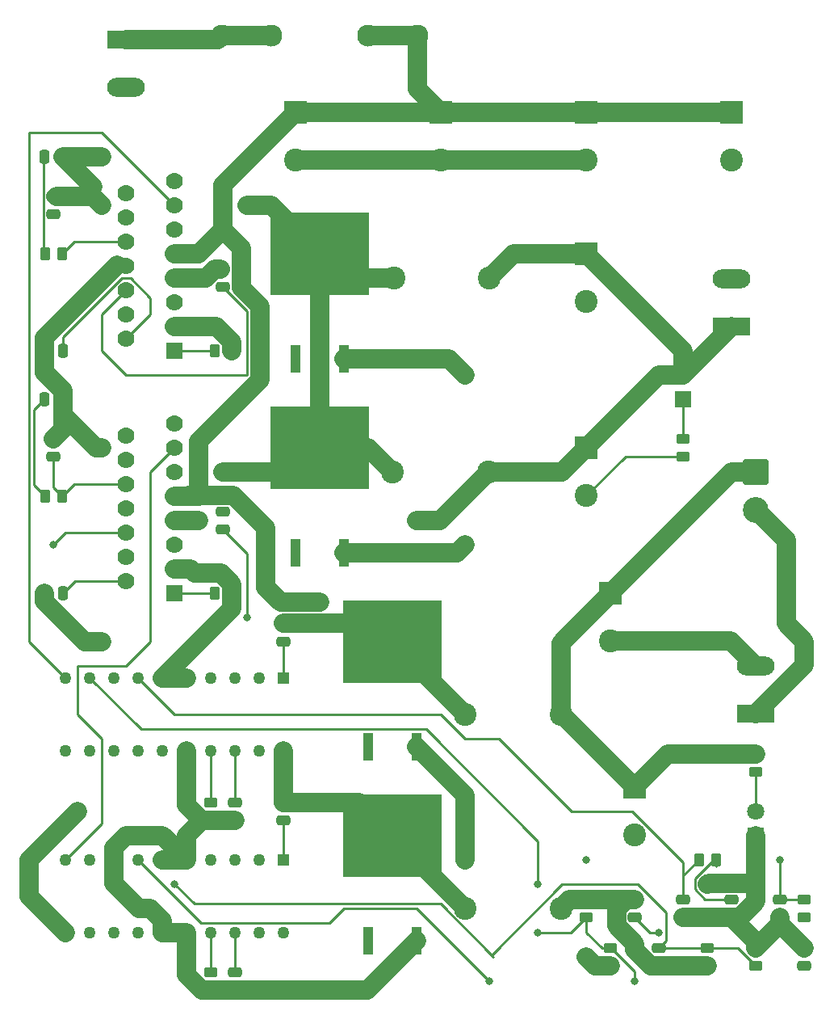
<source format=gbr>
%TF.GenerationSoftware,KiCad,Pcbnew,(6.0.1)*%
%TF.CreationDate,2022-02-19T17:03:56+01:00*%
%TF.ProjectId,PSU,5053552e-6b69-4636-9164-5f7063625858,rev?*%
%TF.SameCoordinates,Original*%
%TF.FileFunction,Copper,L1,Top*%
%TF.FilePolarity,Positive*%
%FSLAX46Y46*%
G04 Gerber Fmt 4.6, Leading zero omitted, Abs format (unit mm)*
G04 Created by KiCad (PCBNEW (6.0.1)) date 2022-02-19 17:03:56*
%MOMM*%
%LPD*%
G01*
G04 APERTURE LIST*
G04 Aperture macros list*
%AMRoundRect*
0 Rectangle with rounded corners*
0 $1 Rounding radius*
0 $2 $3 $4 $5 $6 $7 $8 $9 X,Y pos of 4 corners*
0 Add a 4 corners polygon primitive as box body*
4,1,4,$2,$3,$4,$5,$6,$7,$8,$9,$2,$3,0*
0 Add four circle primitives for the rounded corners*
1,1,$1+$1,$2,$3*
1,1,$1+$1,$4,$5*
1,1,$1+$1,$6,$7*
1,1,$1+$1,$8,$9*
0 Add four rect primitives between the rounded corners*
20,1,$1+$1,$2,$3,$4,$5,0*
20,1,$1+$1,$4,$5,$6,$7,0*
20,1,$1+$1,$6,$7,$8,$9,0*
20,1,$1+$1,$8,$9,$2,$3,0*%
G04 Aperture macros list end*
%TA.AperFunction,SMDPad,CuDef*%
%ADD10RoundRect,0.250000X0.450000X-0.262500X0.450000X0.262500X-0.450000X0.262500X-0.450000X-0.262500X0*%
%TD*%
%TA.AperFunction,ComponentPad*%
%ADD11C,1.800000*%
%TD*%
%TA.AperFunction,ComponentPad*%
%ADD12R,1.800000X1.800000*%
%TD*%
%TA.AperFunction,SMDPad,CuDef*%
%ADD13RoundRect,0.250000X0.262500X0.450000X-0.262500X0.450000X-0.262500X-0.450000X0.262500X-0.450000X0*%
%TD*%
%TA.AperFunction,SMDPad,CuDef*%
%ADD14RoundRect,0.250000X-0.450000X0.262500X-0.450000X-0.262500X0.450000X-0.262500X0.450000X0.262500X0*%
%TD*%
%TA.AperFunction,SMDPad,CuDef*%
%ADD15RoundRect,0.250000X-0.262500X-0.450000X0.262500X-0.450000X0.262500X0.450000X-0.262500X0.450000X0*%
%TD*%
%TA.AperFunction,ComponentPad*%
%ADD16R,1.778000X1.778000*%
%TD*%
%TA.AperFunction,ComponentPad*%
%ADD17C,1.778000*%
%TD*%
%TA.AperFunction,SMDPad,CuDef*%
%ADD18R,0.990600X2.997200*%
%TD*%
%TA.AperFunction,SMDPad,CuDef*%
%ADD19R,10.337800X8.712200*%
%TD*%
%TA.AperFunction,ComponentPad*%
%ADD20C,2.400000*%
%TD*%
%TA.AperFunction,ComponentPad*%
%ADD21O,3.960000X1.980000*%
%TD*%
%TA.AperFunction,ComponentPad*%
%ADD22R,3.960000X1.980000*%
%TD*%
%TA.AperFunction,ComponentPad*%
%ADD23C,2.300000*%
%TD*%
%TA.AperFunction,ComponentPad*%
%ADD24C,2.700000*%
%TD*%
%TA.AperFunction,ComponentPad*%
%ADD25RoundRect,0.250001X-1.099999X1.099999X-1.099999X-1.099999X1.099999X-1.099999X1.099999X1.099999X0*%
%TD*%
%TA.AperFunction,ComponentPad*%
%ADD26R,1.270000X1.270000*%
%TD*%
%TA.AperFunction,ComponentPad*%
%ADD27C,1.270000*%
%TD*%
%TA.AperFunction,SMDPad,CuDef*%
%ADD28RoundRect,0.250000X0.475000X-0.250000X0.475000X0.250000X-0.475000X0.250000X-0.475000X-0.250000X0*%
%TD*%
%TA.AperFunction,SMDPad,CuDef*%
%ADD29RoundRect,0.250000X-0.475000X0.250000X-0.475000X-0.250000X0.475000X-0.250000X0.475000X0.250000X0*%
%TD*%
%TA.AperFunction,SMDPad,CuDef*%
%ADD30RoundRect,0.250000X-0.250000X-0.475000X0.250000X-0.475000X0.250000X0.475000X-0.250000X0.475000X0*%
%TD*%
%TA.AperFunction,ComponentPad*%
%ADD31R,2.400000X2.400000*%
%TD*%
%TA.AperFunction,ViaPad*%
%ADD32C,0.800000*%
%TD*%
%TA.AperFunction,Conductor*%
%ADD33C,2.000000*%
%TD*%
%TA.AperFunction,Conductor*%
%ADD34C,0.250000*%
%TD*%
G04 APERTURE END LIST*
D10*
%TO.P,R2,1*%
%TO.N,GND*%
X76200000Y-120292500D03*
%TO.P,R2,2*%
%TO.N,Net-(C1-Pad2)*%
X76200000Y-118467500D03*
%TD*%
%TO.P,R14,1*%
%TO.N,GND*%
X83820000Y-66952500D03*
%TO.P,R14,2*%
%TO.N,Net-(D2-Pad1)*%
X83820000Y-65127500D03*
%TD*%
%TO.P,R13,1*%
%TO.N,Net-(D1-Pad2)*%
X91440000Y-99972500D03*
%TO.P,R13,2*%
%TO.N,+12V*%
X91440000Y-98147500D03*
%TD*%
D11*
%TO.P,D2,2,A*%
%TO.N,+5V*%
X83820000Y-58420000D03*
D12*
%TO.P,D2,1,K*%
%TO.N,Net-(D2-Pad1)*%
X83820000Y-60960000D03*
%TD*%
%TO.P,D1,1,K*%
%TO.N,GND*%
X91440000Y-106680000D03*
D11*
%TO.P,D1,2,A*%
%TO.N,Net-(D1-Pad2)*%
X91440000Y-104140000D03*
%TD*%
D13*
%TO.P,R12,1*%
%TO.N,Net-(C26-Pad1)*%
X18692500Y-71120000D03*
%TO.P,R12,2*%
%TO.N,Net-(C24-Pad1)*%
X16867500Y-71120000D03*
%TD*%
D10*
%TO.P,R11,1*%
%TO.N,GND*%
X34290000Y-122832500D03*
%TO.P,R11,2*%
%TO.N,Net-(CR2-Pad17)*%
X34290000Y-121007500D03*
%TD*%
D13*
%TO.P,R10,1*%
%TO.N,GND*%
X36472500Y-81280000D03*
%TO.P,R10,2*%
%TO.N,Net-(R10-Pad2)*%
X34647500Y-81280000D03*
%TD*%
D14*
%TO.P,R9,1*%
%TO.N,Net-(C15-Pad1)*%
X96520000Y-113387500D03*
%TO.P,R9,2*%
%TO.N,Net-(C17-Pad1)*%
X96520000Y-115212500D03*
%TD*%
%TO.P,R8,1*%
%TO.N,GND*%
X91440000Y-118467500D03*
%TO.P,R8,2*%
%TO.N,Net-(C14-Pad2)*%
X91440000Y-120292500D03*
%TD*%
%TO.P,R7,1*%
%TO.N,Net-(C14-Pad2)*%
X86360000Y-118467500D03*
%TO.P,R7,2*%
%TO.N,+12V*%
X86360000Y-120292500D03*
%TD*%
D13*
%TO.P,R6,1*%
%TO.N,Net-(C13-Pad1)*%
X18692500Y-45720000D03*
%TO.P,R6,2*%
%TO.N,Net-(C11-Pad1)*%
X16867500Y-45720000D03*
%TD*%
D10*
%TO.P,R5,1*%
%TO.N,GND*%
X34290000Y-105052500D03*
%TO.P,R5,2*%
%TO.N,Net-(CR1-Pad17)*%
X34290000Y-103227500D03*
%TD*%
D13*
%TO.P,R4,1*%
%TO.N,GND*%
X36472500Y-55880000D03*
%TO.P,R4,2*%
%TO.N,Net-(R4-Pad2)*%
X34647500Y-55880000D03*
%TD*%
D15*
%TO.P,R3,1*%
%TO.N,Net-(C2-Pad1)*%
X85447500Y-109220000D03*
%TO.P,R3,2*%
%TO.N,Net-(C4-Pad1)*%
X87272500Y-109220000D03*
%TD*%
D10*
%TO.P,R1,1*%
%TO.N,Net-(C1-Pad2)*%
X73660000Y-115212500D03*
%TO.P,R1,2*%
%TO.N,+12V*%
X73660000Y-113387500D03*
%TD*%
D16*
%TO.P,U6,1,R_OSC*%
%TO.N,Net-(R10-Pad2)*%
X30480000Y-81280000D03*
D17*
%TO.P,U6,2,C_OSC*%
%TO.N,Net-(C19-Pad2)*%
X25400000Y-80010000D03*
%TO.P,U6,3,RST*%
%TO.N,GND*%
X30480000Y-78740000D03*
%TO.P,U6,4,RST_OUT*%
%TO.N,unconnected-(U6-Pad4)*%
X25400000Y-77470000D03*
%TO.P,U6,5,RST_DLY*%
%TO.N,unconnected-(U6-Pad5)*%
X30480000Y-76200000D03*
%TO.P,U6,6,BOOT*%
%TO.N,Net-(C20-Pad2)*%
X25400000Y-74930000D03*
%TO.P,U6,7,OUT*%
%TO.N,/5VOUTPREIND*%
X30480000Y-73660000D03*
%TO.P,U6,8,GND*%
%TO.N,GND*%
X25400000Y-72390000D03*
%TO.P,U6,9,VI*%
%TO.N,+24V*%
X30480000Y-71120000D03*
%TO.P,U6,10,FCOMP*%
%TO.N,Net-(C26-Pad1)*%
X25400000Y-69850000D03*
%TO.P,U6,11,FB*%
%TO.N,+5V*%
X30480000Y-68580000D03*
%TO.P,U6,12,SS*%
%TO.N,unconnected-(U6-Pad12)*%
X25400000Y-67310000D03*
%TO.P,U6,13,SYNC*%
%TO.N,Net-(CR2-Pad10)*%
X30480000Y-66040000D03*
%TO.P,U6,14,VREF*%
%TO.N,unconnected-(U6-Pad14)*%
X25400000Y-64770000D03*
%TO.P,U6,15,VSTART*%
%TO.N,unconnected-(U6-Pad15)*%
X30480000Y-63500000D03*
%TD*%
D18*
%TO.P,U5,1,NC*%
%TO.N,unconnected-(U5-Pad1)*%
X43180000Y-77050900D03*
%TO.P,U5,2,A*%
%TO.N,GND*%
X48260000Y-77050900D03*
D19*
%TO.P,U5,3,K*%
%TO.N,/5VOUTPREIND*%
X45720000Y-66040000D03*
%TD*%
D18*
%TO.P,U4,1,NC*%
%TO.N,unconnected-(U4-Pad1)*%
X50800000Y-117690900D03*
%TO.P,U4,2,A*%
%TO.N,GND*%
X55880000Y-117690900D03*
D19*
%TO.P,U4,3,K*%
%TO.N,/12VOUTPREIND*%
X53340000Y-106680000D03*
%TD*%
D16*
%TO.P,U3,1,R_OSC*%
%TO.N,Net-(R4-Pad2)*%
X30480000Y-55880000D03*
D17*
%TO.P,U3,2,C_OSC*%
%TO.N,Net-(C6-Pad2)*%
X25400000Y-54610000D03*
%TO.P,U3,3,RST*%
%TO.N,GND*%
X30480000Y-53340000D03*
%TO.P,U3,4,RST_OUT*%
%TO.N,unconnected-(U3-Pad4)*%
X25400000Y-52070000D03*
%TO.P,U3,5,RST_DLY*%
%TO.N,unconnected-(U3-Pad5)*%
X30480000Y-50800000D03*
%TO.P,U3,6,BOOT*%
%TO.N,Net-(C7-Pad2)*%
X25400000Y-49530000D03*
%TO.P,U3,7,OUT*%
%TO.N,/5VOUTPREIND*%
X30480000Y-48260000D03*
%TO.P,U3,8,GND*%
%TO.N,GND*%
X25400000Y-46990000D03*
%TO.P,U3,9,VI*%
%TO.N,+24V*%
X30480000Y-45720000D03*
%TO.P,U3,10,FCOMP*%
%TO.N,Net-(C13-Pad1)*%
X25400000Y-44450000D03*
%TO.P,U3,11,FB*%
%TO.N,+5V*%
X30480000Y-43180000D03*
%TO.P,U3,12,SS*%
%TO.N,unconnected-(U3-Pad12)*%
X25400000Y-41910000D03*
%TO.P,U3,13,SYNC*%
%TO.N,Net-(CR1-Pad10)*%
X30480000Y-40640000D03*
%TO.P,U3,14,VREF*%
%TO.N,unconnected-(U3-Pad14)*%
X25400000Y-39370000D03*
%TO.P,U3,15,VSTART*%
%TO.N,unconnected-(U3-Pad15)*%
X30480000Y-38100000D03*
%TD*%
D18*
%TO.P,U2,1,NC*%
%TO.N,unconnected-(U2-Pad1)*%
X43180000Y-56730900D03*
%TO.P,U2,2,A*%
%TO.N,GND*%
X48260000Y-56730900D03*
D19*
%TO.P,U2,3,K*%
%TO.N,/5VOUTPREIND*%
X45720000Y-45720000D03*
%TD*%
D18*
%TO.P,U1,1,NC*%
%TO.N,unconnected-(U1-Pad1)*%
X50800000Y-97370900D03*
%TO.P,U1,2,A*%
%TO.N,GND*%
X55880000Y-97370900D03*
D19*
%TO.P,U1,3,K*%
%TO.N,/12VOUTPREIND*%
X53340000Y-86360000D03*
%TD*%
D20*
%TO.P,L4,2,2*%
%TO.N,+5V*%
X63340000Y-68580000D03*
%TO.P,L4,1,1*%
%TO.N,/5VOUTPREIND*%
X53340000Y-68580000D03*
%TD*%
%TO.P,L3,1,1*%
%TO.N,+12V*%
X70960000Y-114300000D03*
%TO.P,L3,2,2*%
%TO.N,/12VOUTPREIND*%
X60960000Y-114300000D03*
%TD*%
%TO.P,L2,2,2*%
%TO.N,+5V*%
X63500000Y-48260000D03*
%TO.P,L2,1,1*%
%TO.N,/5VOUTPREIND*%
X53500000Y-48260000D03*
%TD*%
%TO.P,L1,2,2*%
%TO.N,/12VOUTPREIND*%
X60960000Y-93980000D03*
%TO.P,L1,1,1*%
%TO.N,+12V*%
X70960000Y-93980000D03*
%TD*%
D21*
%TO.P,J3,2,Pin_2*%
%TO.N,GND*%
X91440000Y-88900000D03*
D22*
%TO.P,J3,1,Pin_1*%
%TO.N,/12VOUTPOSTEMER*%
X91440000Y-93900000D03*
%TD*%
%TO.P,J5,1,Pin_1*%
%TO.N,+5V*%
X88900000Y-53340000D03*
D21*
%TO.P,J5,2,Pin_2*%
%TO.N,GND*%
X88900000Y-48340000D03*
%TD*%
D22*
%TO.P,J1,1,Pin_1*%
%TO.N,/VBAT*%
X25400000Y-23320000D03*
D21*
%TO.P,J1,2,Pin_2*%
%TO.N,GND*%
X25400000Y-28320000D03*
%TD*%
D23*
%TO.P,F1,1*%
%TO.N,/VBAT*%
X40640000Y-22860000D03*
X35440000Y-22860000D03*
%TO.P,F1,2*%
%TO.N,+24V*%
X55940000Y-22860000D03*
X50740000Y-22860000D03*
%TD*%
D24*
%TO.P,EMER_STOP1,2,Pin_2*%
%TO.N,/12VOUTPOSTEMER*%
X91440000Y-72540000D03*
D25*
%TO.P,EMER_STOP1,1,Pin_1*%
%TO.N,+12V*%
X91440000Y-68580000D03*
%TD*%
D26*
%TO.P,CR2,1,BOOTSTRAP*%
%TO.N,Net-(C18-Pad1)*%
X41910000Y-109220000D03*
D27*
%TO.P,CR2,2,RESETDELAY*%
%TO.N,unconnected-(CR2-Pad2)*%
X39370000Y-109220000D03*
%TO.P,CR2,3,RESETOUT*%
%TO.N,unconnected-(CR2-Pad3)*%
X36830000Y-109220000D03*
%TO.P,CR2,4,PFAILINPUT*%
%TO.N,unconnected-(CR2-Pad4)*%
X34290000Y-109220000D03*
%TO.P,CR2,5,GND*%
%TO.N,GND*%
X31750000Y-109220000D03*
%TO.P,CR2,6,GND*%
X29210000Y-109220000D03*
%TO.P,CR2,7,FREQCOMP*%
%TO.N,Net-(C15-Pad1)*%
X26670000Y-109220000D03*
%TO.P,CR2,8,SOFTSTART*%
%TO.N,GND*%
X24130000Y-109220000D03*
%TO.P,CR2,9,FEEDBACKIN*%
%TO.N,Net-(C14-Pad2)*%
X21590000Y-109220000D03*
%TO.P,CR2,10,SYNCINPUT*%
%TO.N,Net-(CR2-Pad10)*%
X19050000Y-109220000D03*
%TO.P,CR2,11,VI*%
%TO.N,+24V*%
X19050000Y-116840000D03*
%TO.P,CR2,12,NC*%
%TO.N,unconnected-(CR2-Pad12)*%
X21590000Y-116840000D03*
%TO.P,CR2,13,VREF*%
%TO.N,unconnected-(CR2-Pad13)*%
X24130000Y-116840000D03*
%TO.P,CR2,14,VSTART*%
%TO.N,unconnected-(CR2-Pad14)*%
X26670000Y-116840000D03*
%TO.P,CR2,15,GND*%
%TO.N,GND*%
X29210000Y-116840000D03*
%TO.P,CR2,16,GND*%
X31750000Y-116840000D03*
%TO.P,CR2,17,ROSC*%
%TO.N,Net-(CR2-Pad17)*%
X34290000Y-116840000D03*
%TO.P,CR2,18,COSC*%
%TO.N,Net-(C25-Pad1)*%
X36830000Y-116840000D03*
%TO.P,CR2,19,NC*%
%TO.N,unconnected-(CR2-Pad19)*%
X39370000Y-116840000D03*
%TO.P,CR2,20,OUTPUT*%
%TO.N,/12VOUTPREIND*%
X41910000Y-116840000D03*
%TD*%
D26*
%TO.P,CR1,1,BOOTSTRAP*%
%TO.N,Net-(C5-Pad1)*%
X41910000Y-90170000D03*
D27*
%TO.P,CR1,2,RESETDELAY*%
%TO.N,unconnected-(CR1-Pad2)*%
X39370000Y-90170000D03*
%TO.P,CR1,3,RESETOUT*%
%TO.N,unconnected-(CR1-Pad3)*%
X36830000Y-90170000D03*
%TO.P,CR1,4,PFAILINPUT*%
%TO.N,unconnected-(CR1-Pad4)*%
X34290000Y-90170000D03*
%TO.P,CR1,5,GND*%
%TO.N,GND*%
X31750000Y-90170000D03*
%TO.P,CR1,6,GND*%
X29210000Y-90170000D03*
%TO.P,CR1,7,FREQCOMP*%
%TO.N,Net-(C2-Pad1)*%
X26670000Y-90170000D03*
%TO.P,CR1,8,SOFTSTART*%
%TO.N,GND*%
X24130000Y-90170000D03*
%TO.P,CR1,9,FEEDBACKIN*%
%TO.N,Net-(C1-Pad2)*%
X21590000Y-90170000D03*
%TO.P,CR1,10,SYNCINPUT*%
%TO.N,Net-(CR1-Pad10)*%
X19050000Y-90170000D03*
%TO.P,CR1,11,VI*%
%TO.N,+24V*%
X19050000Y-97790000D03*
%TO.P,CR1,12,NC*%
%TO.N,unconnected-(CR1-Pad12)*%
X21590000Y-97790000D03*
%TO.P,CR1,13,VREF*%
%TO.N,unconnected-(CR1-Pad13)*%
X24130000Y-97790000D03*
%TO.P,CR1,14,VSTART*%
%TO.N,unconnected-(CR1-Pad14)*%
X26670000Y-97790000D03*
%TO.P,CR1,15,GND*%
%TO.N,GND*%
X29210000Y-97790000D03*
%TO.P,CR1,16,GND*%
X31750000Y-97790000D03*
%TO.P,CR1,17,ROSC*%
%TO.N,Net-(CR1-Pad17)*%
X34290000Y-97790000D03*
%TO.P,CR1,18,COSC*%
%TO.N,Net-(C12-Pad1)*%
X36830000Y-97790000D03*
%TO.P,CR1,19,NC*%
%TO.N,unconnected-(CR1-Pad19)*%
X39370000Y-97790000D03*
%TO.P,CR1,20,OUTPUT*%
%TO.N,/12VOUTPREIND*%
X41910000Y-97790000D03*
%TD*%
D28*
%TO.P,C26,1*%
%TO.N,Net-(C26-Pad1)*%
X17780000Y-66990000D03*
%TO.P,C26,2*%
%TO.N,GND*%
X17780000Y-65090000D03*
%TD*%
D29*
%TO.P,C25,1*%
%TO.N,Net-(C25-Pad1)*%
X36830000Y-120970000D03*
%TO.P,C25,2*%
%TO.N,GND*%
X36830000Y-122870000D03*
%TD*%
D30*
%TO.P,C24,1*%
%TO.N,Net-(C24-Pad1)*%
X16830000Y-60960000D03*
%TO.P,C24,2*%
%TO.N,GND*%
X18730000Y-60960000D03*
%TD*%
D31*
%TO.P,C23,1*%
%TO.N,+24V*%
X88900000Y-30940000D03*
D20*
%TO.P,C23,2*%
%TO.N,GND*%
X88900000Y-35940000D03*
%TD*%
D31*
%TO.P,C22,1*%
%TO.N,+24V*%
X73660000Y-30940000D03*
D20*
%TO.P,C22,2*%
%TO.N,GND*%
X73660000Y-35940000D03*
%TD*%
%TO.P,C21,2*%
%TO.N,GND*%
X73660000Y-71040000D03*
D31*
%TO.P,C21,1*%
%TO.N,+5V*%
X73660000Y-66040000D03*
%TD*%
D29*
%TO.P,C20,1*%
%TO.N,/5VOUTPREIND*%
X35560000Y-72710000D03*
%TO.P,C20,2*%
%TO.N,Net-(C20-Pad2)*%
X35560000Y-74610000D03*
%TD*%
D30*
%TO.P,C19,1*%
%TO.N,GND*%
X16830000Y-81280000D03*
%TO.P,C19,2*%
%TO.N,Net-(C19-Pad2)*%
X18730000Y-81280000D03*
%TD*%
D28*
%TO.P,C18,1*%
%TO.N,Net-(C18-Pad1)*%
X41910000Y-105090000D03*
%TO.P,C18,2*%
%TO.N,/12VOUTPREIND*%
X41910000Y-103190000D03*
%TD*%
%TO.P,C17,1*%
%TO.N,Net-(C17-Pad1)*%
X96520000Y-120330000D03*
%TO.P,C17,2*%
%TO.N,GND*%
X96520000Y-118430000D03*
%TD*%
D31*
%TO.P,C16,1*%
%TO.N,+12V*%
X78740000Y-101600000D03*
D20*
%TO.P,C16,2*%
%TO.N,GND*%
X78740000Y-106600000D03*
%TD*%
D29*
%TO.P,C15,1*%
%TO.N,Net-(C15-Pad1)*%
X93980000Y-113350000D03*
%TO.P,C15,2*%
%TO.N,GND*%
X93980000Y-115250000D03*
%TD*%
D28*
%TO.P,C14,2*%
%TO.N,Net-(C14-Pad2)*%
X81280000Y-118430000D03*
%TO.P,C14,1*%
%TO.N,+12V*%
X81280000Y-120330000D03*
%TD*%
%TO.P,C13,1*%
%TO.N,Net-(C13-Pad1)*%
X17780000Y-41590000D03*
%TO.P,C13,2*%
%TO.N,GND*%
X17780000Y-39690000D03*
%TD*%
D29*
%TO.P,C12,1*%
%TO.N,Net-(C12-Pad1)*%
X36830000Y-103190000D03*
%TO.P,C12,2*%
%TO.N,GND*%
X36830000Y-105090000D03*
%TD*%
D30*
%TO.P,C11,1*%
%TO.N,Net-(C11-Pad1)*%
X16830000Y-35560000D03*
%TO.P,C11,2*%
%TO.N,GND*%
X18730000Y-35560000D03*
%TD*%
D31*
%TO.P,C10,1*%
%TO.N,+24V*%
X58420000Y-30940000D03*
D20*
%TO.P,C10,2*%
%TO.N,GND*%
X58420000Y-35940000D03*
%TD*%
D31*
%TO.P,C9,1*%
%TO.N,+24V*%
X43180000Y-30940000D03*
D20*
%TO.P,C9,2*%
%TO.N,GND*%
X43180000Y-35940000D03*
%TD*%
%TO.P,C8,2*%
%TO.N,GND*%
X73660000Y-50720000D03*
D31*
%TO.P,C8,1*%
%TO.N,+5V*%
X73660000Y-45720000D03*
%TD*%
D29*
%TO.P,C7,1*%
%TO.N,/5VOUTPREIND*%
X35560000Y-47310000D03*
%TO.P,C7,2*%
%TO.N,Net-(C7-Pad2)*%
X35560000Y-49210000D03*
%TD*%
D30*
%TO.P,C6,1*%
%TO.N,GND*%
X16830000Y-55880000D03*
%TO.P,C6,2*%
%TO.N,Net-(C6-Pad2)*%
X18730000Y-55880000D03*
%TD*%
D28*
%TO.P,C5,1*%
%TO.N,Net-(C5-Pad1)*%
X41910000Y-86360000D03*
%TO.P,C5,2*%
%TO.N,/12VOUTPREIND*%
X41910000Y-84460000D03*
%TD*%
D29*
%TO.P,C4,1*%
%TO.N,Net-(C4-Pad1)*%
X88900000Y-113350000D03*
%TO.P,C4,2*%
%TO.N,GND*%
X88900000Y-115250000D03*
%TD*%
D31*
%TO.P,C3,1*%
%TO.N,+12V*%
X76200000Y-81280000D03*
D20*
%TO.P,C3,2*%
%TO.N,GND*%
X76200000Y-86280000D03*
%TD*%
D29*
%TO.P,C2,1*%
%TO.N,Net-(C2-Pad1)*%
X83820000Y-113350000D03*
%TO.P,C2,2*%
%TO.N,GND*%
X83820000Y-115250000D03*
%TD*%
%TO.P,C1,1*%
%TO.N,+12V*%
X78740000Y-113350000D03*
%TO.P,C1,2*%
%TO.N,Net-(C1-Pad2)*%
X78740000Y-115250000D03*
%TD*%
D32*
%TO.N,GND*%
X60960000Y-109220000D03*
X44770000Y-122870000D03*
X22860000Y-86360000D03*
X60960000Y-76200000D03*
%TO.N,Net-(C1-Pad2)*%
X68580000Y-116840000D03*
X68580000Y-111760000D03*
%TO.N,Net-(C15-Pad1)*%
X93980000Y-109220000D03*
%TO.N,Net-(C1-Pad2)*%
X78740000Y-121920000D03*
X81280000Y-116840000D03*
%TO.N,GND*%
X86360000Y-111760000D03*
X73660000Y-119380000D03*
%TO.N,Net-(C15-Pad1)*%
X63500000Y-121920000D03*
%TO.N,Net-(C14-Pad2)*%
X30480000Y-111760000D03*
%TO.N,+24V*%
X20320000Y-104140000D03*
X45720000Y-82260480D03*
%TO.N,GND*%
X22860000Y-66040000D03*
X22860000Y-40640000D03*
%TO.N,+5V*%
X55880000Y-73660000D03*
%TO.N,GND*%
X34869930Y-53340000D03*
X60960000Y-58420000D03*
%TO.N,/5VOUTPREIND*%
X35560000Y-68580000D03*
X33020000Y-73660000D03*
X38100000Y-40640000D03*
%TO.N,GND*%
X22860000Y-35560000D03*
%TO.N,+12V*%
X73660000Y-109220000D03*
%TO.N,Net-(C20-Pad2)*%
X38100000Y-83820000D03*
X17780000Y-76200000D03*
%TD*%
D33*
%TO.N,GND*%
X36792500Y-122832500D02*
X36830000Y-122870000D01*
X33352570Y-122832500D02*
X36792500Y-122832500D01*
X44770000Y-122870000D02*
X50700900Y-122870000D01*
X36830000Y-122870000D02*
X44770000Y-122870000D01*
X60960000Y-102450900D02*
X60960000Y-109220000D01*
X55880000Y-97370900D02*
X60960000Y-102450900D01*
X21035070Y-86360000D02*
X22860000Y-86360000D01*
X16830000Y-82154930D02*
X21035070Y-86360000D01*
X16830000Y-81280000D02*
X16830000Y-82154930D01*
%TO.N,/5VOUTPREIND*%
X33735070Y-48260000D02*
X34685070Y-47310000D01*
X30480000Y-48260000D02*
X33735070Y-48260000D01*
X34685070Y-47310000D02*
X35285000Y-47310000D01*
%TO.N,GND*%
X60109100Y-77050900D02*
X60960000Y-76200000D01*
X48260000Y-77050900D02*
X60109100Y-77050900D01*
D34*
%TO.N,Net-(C1-Pad2)*%
X68580000Y-116840000D02*
X72032500Y-116840000D01*
X68580000Y-107292493D02*
X68580000Y-111760000D01*
X72032500Y-116840000D02*
X73660000Y-115212500D01*
X56835296Y-95547789D02*
X68580000Y-107292493D01*
D33*
%TO.N,/12VOUTPREIND*%
X60960000Y-114300000D02*
X53340000Y-106680000D01*
D34*
%TO.N,Net-(C2-Pad1)*%
X83820000Y-109524015D02*
X78435985Y-104140000D01*
X72070000Y-104140000D02*
X64450000Y-96520000D01*
X83820000Y-110847500D02*
X83820000Y-109524015D01*
X78435985Y-104140000D02*
X72070000Y-104140000D01*
%TO.N,Net-(C15-Pad1)*%
X93980000Y-109220000D02*
X93980000Y-113350000D01*
%TO.N,Net-(C14-Pad2)*%
X71120000Y-111760000D02*
X63692008Y-119187992D01*
X82004511Y-117705489D02*
X82004511Y-114741357D01*
X81280000Y-118430000D02*
X82004511Y-117705489D01*
X82004511Y-114741357D02*
X79023154Y-111760000D01*
X79023154Y-111760000D02*
X71120000Y-111760000D01*
%TO.N,Net-(C1-Pad2)*%
X75287500Y-118467500D02*
X76200000Y-118467500D01*
X73660000Y-115212500D02*
X73660000Y-116840000D01*
X73660000Y-116840000D02*
X75287500Y-118467500D01*
X80330000Y-116840000D02*
X78740000Y-115250000D01*
X81280000Y-116840000D02*
X80330000Y-116840000D01*
X78740000Y-120959346D02*
X78740000Y-121920000D01*
X76248154Y-118467500D02*
X78740000Y-120959346D01*
X76200000Y-118467500D02*
X76248154Y-118467500D01*
%TO.N,Net-(C14-Pad2)*%
X86360000Y-118467500D02*
X86322500Y-118430000D01*
X86322500Y-118430000D02*
X81280000Y-118430000D01*
X89566846Y-118467500D02*
X86360000Y-118467500D01*
X91391846Y-120292500D02*
X89566846Y-118467500D01*
X91440000Y-120292500D02*
X91391846Y-120292500D01*
%TO.N,Net-(C2-Pad1)*%
X83820000Y-110847500D02*
X83820000Y-113350000D01*
X85447500Y-109220000D02*
X83820000Y-110847500D01*
%TO.N,Net-(C4-Pad1)*%
X87026846Y-109220000D02*
X87272500Y-109220000D01*
X85035480Y-111211366D02*
X87026846Y-109220000D01*
X88900000Y-113350000D02*
X86076846Y-113350000D01*
X86076846Y-113350000D02*
X85035480Y-112308634D01*
X85035480Y-112308634D02*
X85035480Y-111211366D01*
D33*
%TO.N,GND*%
X86469520Y-111650480D02*
X91330480Y-111650480D01*
X86360000Y-111760000D02*
X86469520Y-111650480D01*
X91330480Y-111650480D02*
X91440000Y-111760000D01*
X74572500Y-120292500D02*
X73660000Y-119380000D01*
X76200000Y-120292500D02*
X74572500Y-120292500D01*
X91440000Y-113584930D02*
X91440000Y-106680000D01*
X89774930Y-115250000D02*
X91440000Y-113584930D01*
X88900000Y-115250000D02*
X89774930Y-115250000D01*
X93980000Y-115890000D02*
X96520000Y-118430000D01*
X93980000Y-115250000D02*
X93980000Y-115890000D01*
X93980000Y-115927500D02*
X91440000Y-118467500D01*
X93980000Y-115250000D02*
X93980000Y-115927500D01*
X91440000Y-117790000D02*
X88900000Y-115250000D01*
X91440000Y-118467500D02*
X91440000Y-117790000D01*
X83820000Y-115250000D02*
X88900000Y-115250000D01*
%TO.N,+12V*%
X80405070Y-120330000D02*
X81280000Y-120330000D01*
X78740000Y-118024930D02*
X78740000Y-118664930D01*
X76815480Y-116100410D02*
X78740000Y-118024930D01*
X78740000Y-118664930D02*
X80405070Y-120330000D01*
X76815480Y-114399590D02*
X76815480Y-116100410D01*
X77865070Y-113350000D02*
X76815480Y-114399590D01*
X78740000Y-113350000D02*
X77865070Y-113350000D01*
X86322500Y-120330000D02*
X86360000Y-120292500D01*
X81280000Y-120330000D02*
X86322500Y-120330000D01*
X71872500Y-113387500D02*
X70960000Y-114300000D01*
X73660000Y-113387500D02*
X71872500Y-113387500D01*
X73660000Y-113387500D02*
X78702500Y-113387500D01*
X78702500Y-113387500D02*
X78740000Y-113350000D01*
D34*
%TO.N,Net-(C14-Pad2)*%
X63692008Y-119187992D02*
X63884015Y-119380000D01*
X58354495Y-113850480D02*
X63692008Y-119187992D01*
%TO.N,Net-(C15-Pad1)*%
X94017500Y-113387500D02*
X96520000Y-113387500D01*
X93980000Y-113350000D02*
X94017500Y-113387500D01*
D33*
%TO.N,GND*%
X50700900Y-122870000D02*
X55880000Y-117690900D01*
D34*
%TO.N,Net-(C14-Pad2)*%
X32570480Y-113850480D02*
X30480000Y-111760000D01*
X32570480Y-113850480D02*
X58354495Y-113850480D01*
X32483525Y-113850480D02*
X32570480Y-113850480D01*
D33*
%TO.N,GND*%
X29210000Y-115570000D02*
X29210000Y-116840000D01*
X27940000Y-114300000D02*
X29210000Y-115570000D01*
X26724391Y-114300000D02*
X27940000Y-114300000D01*
X24130000Y-111705609D02*
X26724391Y-114300000D01*
X24130000Y-109220000D02*
X24130000Y-111705609D01*
X31115000Y-108585000D02*
X31750000Y-109220000D01*
X29210000Y-106680000D02*
X31115000Y-108585000D01*
X31115000Y-108585000D02*
X30480000Y-109220000D01*
X30480000Y-109220000D02*
X29210000Y-109220000D01*
X25400000Y-106680000D02*
X29210000Y-106680000D01*
X24130000Y-107950000D02*
X25400000Y-106680000D01*
X24130000Y-109220000D02*
X24130000Y-107950000D01*
X31750000Y-106655070D02*
X33352570Y-105052500D01*
X31750000Y-109220000D02*
X31750000Y-106655070D01*
X29210000Y-109220000D02*
X31750000Y-109220000D01*
X29210000Y-116840000D02*
X31750000Y-116840000D01*
X31750000Y-121229930D02*
X31750000Y-116840000D01*
X33352570Y-122832500D02*
X31750000Y-121229930D01*
X34290000Y-122832500D02*
X33352570Y-122832500D01*
%TO.N,+24V*%
X15240000Y-109220000D02*
X20320000Y-104140000D01*
X15240000Y-111760000D02*
X15240000Y-109220000D01*
X15240000Y-113030000D02*
X15240000Y-111760000D01*
X19050000Y-116840000D02*
X15240000Y-113030000D01*
X41620480Y-82260480D02*
X45720000Y-82260480D01*
X40039705Y-74414775D02*
X40039705Y-80679705D01*
X36635410Y-71010480D02*
X40039705Y-74414775D01*
X31846755Y-71010480D02*
X36635410Y-71010480D01*
X31737235Y-71120000D02*
X31846755Y-71010480D01*
X40039705Y-80679705D02*
X41620480Y-82260480D01*
X30480000Y-71120000D02*
X31737235Y-71120000D01*
D34*
%TO.N,Net-(C5-Pad1)*%
X41910000Y-90170000D02*
X41910000Y-86360000D01*
D33*
%TO.N,/12VOUTPREIND*%
X41910000Y-97790000D02*
X41910000Y-103190000D01*
X49850000Y-103190000D02*
X53340000Y-106680000D01*
X41910000Y-103190000D02*
X49850000Y-103190000D01*
%TO.N,GND*%
X36792500Y-105052500D02*
X36830000Y-105090000D01*
X34290000Y-105052500D02*
X36792500Y-105052500D01*
X33352570Y-105052500D02*
X34290000Y-105052500D01*
X31750000Y-97790000D02*
X31750000Y-103449930D01*
X31750000Y-103449930D02*
X33352570Y-105052500D01*
X36472500Y-82907500D02*
X29210000Y-90170000D01*
X36472500Y-81280000D02*
X36472500Y-82907500D01*
X22220000Y-66040000D02*
X22860000Y-66040000D01*
X18730000Y-62550000D02*
X22220000Y-66040000D01*
X18730000Y-62550000D02*
X18730000Y-60960000D01*
X18730000Y-64140000D02*
X18730000Y-62550000D01*
X32568511Y-79191489D02*
X32117022Y-78740000D01*
X35321419Y-79191489D02*
X32568511Y-79191489D01*
X36472500Y-80342570D02*
X35321419Y-79191489D01*
X32117022Y-78740000D02*
X30480000Y-78740000D01*
X36472500Y-81280000D02*
X36472500Y-80342570D01*
D34*
X21910000Y-38740000D02*
X21910000Y-39690000D01*
D33*
X18730000Y-35560000D02*
X21910000Y-38740000D01*
X21910000Y-39690000D02*
X18055000Y-39690000D01*
X22860000Y-40640000D02*
X21910000Y-39690000D01*
X16830000Y-55880000D02*
X16830000Y-54510681D01*
X16830000Y-54510681D02*
X24405201Y-46935480D01*
X16830000Y-58185070D02*
X18730000Y-60085070D01*
X16830000Y-55880000D02*
X16830000Y-58185070D01*
X18730000Y-60085070D02*
X18730000Y-60960000D01*
X17780000Y-65090000D02*
X18730000Y-64140000D01*
D34*
%TO.N,Net-(C24-Pad1)*%
X15689520Y-69942020D02*
X16867500Y-71120000D01*
X15689520Y-62100480D02*
X15689520Y-69942020D01*
X16830000Y-60960000D02*
X15689520Y-62100480D01*
D33*
%TO.N,/5VOUTPREIND*%
X45720000Y-66040000D02*
X45720000Y-45720000D01*
%TO.N,+5V*%
X55880000Y-73660000D02*
X58260000Y-73660000D01*
X58260000Y-73660000D02*
X63340000Y-68580000D01*
%TO.N,GND*%
X29210000Y-90170000D02*
X31750000Y-90170000D01*
%TO.N,/12VOUTPREIND*%
X51440000Y-84460000D02*
X53340000Y-86360000D01*
X41910000Y-84460000D02*
X51440000Y-84460000D01*
%TO.N,GND*%
X30480000Y-53340000D02*
X34869930Y-53340000D01*
X36472500Y-54942570D02*
X34869930Y-53340000D01*
X36472500Y-55880000D02*
X36472500Y-54942570D01*
X59270900Y-56730900D02*
X60960000Y-58420000D01*
X48260000Y-56730900D02*
X59270900Y-56730900D01*
%TO.N,/5VOUTPREIND*%
X35560000Y-68580000D02*
X43180000Y-68580000D01*
X43180000Y-68580000D02*
X45720000Y-66040000D01*
X30480000Y-73660000D02*
X33020000Y-73660000D01*
X40640000Y-40640000D02*
X45720000Y-45720000D01*
X38100000Y-40640000D02*
X40640000Y-40640000D01*
%TO.N,GND*%
X58420000Y-35940000D02*
X73660000Y-35940000D01*
X43180000Y-35940000D02*
X58420000Y-35940000D01*
X18730000Y-35560000D02*
X22860000Y-35560000D01*
D34*
%TO.N,Net-(D2-Pad1)*%
X83820000Y-65127500D02*
X83820000Y-60960000D01*
%TO.N,GND*%
X77747500Y-66952500D02*
X73660000Y-71040000D01*
X83820000Y-66952500D02*
X77747500Y-66952500D01*
D33*
X76200000Y-86280000D02*
X88820000Y-86280000D01*
X88820000Y-86280000D02*
X91440000Y-88900000D01*
D34*
%TO.N,Net-(C15-Pad1)*%
X48260000Y-114300000D02*
X55880000Y-114300000D01*
X55880000Y-114300000D02*
X63500000Y-121920000D01*
X46735489Y-115824511D02*
X48260000Y-114300000D01*
X33274511Y-115824511D02*
X46735489Y-115824511D01*
X26670000Y-109220000D02*
X33274511Y-115824511D01*
%TO.N,+12V*%
X81242500Y-120330000D02*
X81255923Y-120316577D01*
D33*
X71120000Y-114300000D02*
X70960000Y-114300000D01*
X71120000Y-93980000D02*
X78740000Y-101600000D01*
X70960000Y-93980000D02*
X71120000Y-93980000D01*
X82192500Y-98147500D02*
X91440000Y-98147500D01*
X78740000Y-101600000D02*
X82192500Y-98147500D01*
%TO.N,/12VOUTPOSTEMER*%
X96520000Y-86360000D02*
X96520000Y-88820000D01*
X94619520Y-84459520D02*
X96520000Y-86360000D01*
X96520000Y-88820000D02*
X91440000Y-93900000D01*
X94619520Y-75719520D02*
X94619520Y-84459520D01*
X91440000Y-72540000D02*
X94619520Y-75719520D01*
%TO.N,+12V*%
X88900000Y-68580000D02*
X91440000Y-68580000D01*
X76200000Y-81280000D02*
X88900000Y-68580000D01*
X70960000Y-86520000D02*
X76200000Y-81280000D01*
X70960000Y-93980000D02*
X70960000Y-86520000D01*
%TO.N,/12VOUTPREIND*%
X53340000Y-86360000D02*
X60960000Y-93980000D01*
%TO.N,+5V*%
X81280000Y-58420000D02*
X83820000Y-58420000D01*
X73660000Y-66040000D02*
X81280000Y-58420000D01*
X71120000Y-68580000D02*
X73660000Y-66040000D01*
X63340000Y-68580000D02*
X71120000Y-68580000D01*
%TO.N,/5VOUTPREIND*%
X50800000Y-66040000D02*
X53340000Y-68580000D01*
X45720000Y-66040000D02*
X50800000Y-66040000D01*
X53500000Y-48260000D02*
X48260000Y-48260000D01*
X48260000Y-48260000D02*
X45720000Y-45720000D01*
%TO.N,+5V*%
X66040000Y-45720000D02*
X63500000Y-48260000D01*
X73660000Y-45720000D02*
X66040000Y-45720000D01*
X83820000Y-55880000D02*
X73660000Y-45720000D01*
X83820000Y-58420000D02*
X83820000Y-55880000D01*
X88900000Y-53340000D02*
X83820000Y-58420000D01*
%TO.N,+24V*%
X33020000Y-71120000D02*
X30480000Y-71120000D01*
X33020000Y-65373154D02*
X33020000Y-71120000D01*
X39424520Y-51201366D02*
X39424520Y-58968634D01*
X37484520Y-49261366D02*
X39424520Y-51201366D01*
X37484520Y-45104520D02*
X37484520Y-49261366D01*
X35560000Y-43180000D02*
X37484520Y-45104520D01*
X39424520Y-58968634D02*
X33020000Y-65373154D01*
X35560000Y-43180000D02*
X33020000Y-45720000D01*
X35560000Y-38560000D02*
X35560000Y-43180000D01*
X33020000Y-45720000D02*
X30480000Y-45720000D01*
X43180000Y-30940000D02*
X35560000Y-38560000D01*
X55940000Y-28460000D02*
X58420000Y-30940000D01*
X55940000Y-22860000D02*
X55940000Y-28460000D01*
X43180000Y-30940000D02*
X88900000Y-30940000D01*
X50740000Y-22860000D02*
X55940000Y-22860000D01*
%TO.N,/VBAT*%
X35440000Y-22860000D02*
X40640000Y-22860000D01*
X34980000Y-23320000D02*
X35440000Y-22860000D01*
X25400000Y-23320000D02*
X34980000Y-23320000D01*
D34*
%TO.N,Net-(D1-Pad2)*%
X91440000Y-99972500D02*
X91440000Y-104140000D01*
%TO.N,Net-(C4-Pad1)*%
X87272500Y-109897500D02*
X87272500Y-109220000D01*
%TO.N,Net-(C26-Pad1)*%
X17780000Y-70207500D02*
X18692500Y-71120000D01*
X17780000Y-66990000D02*
X17780000Y-70207500D01*
%TO.N,Net-(C6-Pad2)*%
X27940000Y-50353835D02*
X27940000Y-52070000D01*
X25846165Y-48260000D02*
X27940000Y-50353835D01*
X24953835Y-48260000D02*
X25846165Y-48260000D01*
X27940000Y-52070000D02*
X25400000Y-54610000D01*
X18730000Y-54483835D02*
X24953835Y-48260000D01*
X18730000Y-55880000D02*
X18730000Y-54483835D01*
%TO.N,Net-(C11-Pad1)*%
X16730480Y-45582980D02*
X16867500Y-45720000D01*
X16730480Y-35659520D02*
X16730480Y-45582980D01*
X16830000Y-35560000D02*
X16730480Y-35659520D01*
%TO.N,Net-(C1-Pad2)*%
X26967789Y-95547789D02*
X56835296Y-95547789D01*
X21590000Y-90170000D02*
X26967789Y-95547789D01*
%TO.N,Net-(C2-Pad1)*%
X58420000Y-93980000D02*
X60960000Y-96520000D01*
X60960000Y-96520000D02*
X64450000Y-96520000D01*
X26670000Y-90170000D02*
X30480000Y-93980000D01*
X30480000Y-93980000D02*
X58420000Y-93980000D01*
%TO.N,Net-(CR2-Pad17)*%
X34290000Y-121007500D02*
X34290000Y-116840000D01*
%TO.N,Net-(C25-Pad1)*%
X36830000Y-120970000D02*
X36830000Y-116840000D01*
%TO.N,Net-(CR1-Pad17)*%
X34290000Y-103227500D02*
X34290000Y-97790000D01*
%TO.N,Net-(C12-Pad1)*%
X36830000Y-103190000D02*
X36830000Y-97790000D01*
%TO.N,Net-(C18-Pad1)*%
X41910000Y-109220000D02*
X41910000Y-105090000D01*
%TO.N,Net-(CR2-Pad10)*%
X22860000Y-105410000D02*
X19050000Y-109220000D01*
X20320000Y-88900000D02*
X20320000Y-93980000D01*
X25400000Y-88900000D02*
X20320000Y-88900000D01*
X22860000Y-96520000D02*
X22860000Y-105410000D01*
X27940000Y-86360000D02*
X25400000Y-88900000D01*
X20320000Y-93980000D02*
X22860000Y-96520000D01*
X27940000Y-68580000D02*
X27940000Y-86360000D01*
X30480000Y-66040000D02*
X27940000Y-68580000D01*
%TO.N,Net-(C26-Pad1)*%
X19962500Y-69850000D02*
X18692500Y-71120000D01*
X25400000Y-69850000D02*
X19962500Y-69850000D01*
%TO.N,Net-(C20-Pad2)*%
X38100000Y-77150000D02*
X35560000Y-74610000D01*
X38100000Y-83820000D02*
X38100000Y-77150000D01*
X19050000Y-74930000D02*
X17780000Y-76200000D01*
X25400000Y-74930000D02*
X19050000Y-74930000D01*
%TO.N,Net-(C19-Pad2)*%
X20000000Y-80010000D02*
X18730000Y-81280000D01*
X25400000Y-80010000D02*
X20000000Y-80010000D01*
%TO.N,Net-(R10-Pad2)*%
X30480000Y-81280000D02*
X34647500Y-81280000D01*
%TO.N,Net-(CR1-Pad10)*%
X22860000Y-33020000D02*
X30480000Y-40640000D01*
X15240000Y-33020000D02*
X22860000Y-33020000D01*
X15240000Y-86360000D02*
X15240000Y-33020000D01*
X19050000Y-90170000D02*
X15240000Y-86360000D01*
%TO.N,Net-(C13-Pad1)*%
X19962500Y-44450000D02*
X18692500Y-45720000D01*
X25400000Y-44450000D02*
X19962500Y-44450000D01*
%TO.N,Net-(C7-Pad2)*%
X38100000Y-51750000D02*
X35560000Y-49210000D01*
X38100000Y-58420000D02*
X38100000Y-51750000D01*
X22860000Y-55880000D02*
X25400000Y-58420000D01*
X25400000Y-58420000D02*
X38100000Y-58420000D01*
X22860000Y-52070000D02*
X22860000Y-55880000D01*
X25400000Y-49530000D02*
X22860000Y-52070000D01*
%TO.N,Net-(R4-Pad2)*%
X30480000Y-55880000D02*
X34647500Y-55880000D01*
%TD*%
M02*

</source>
